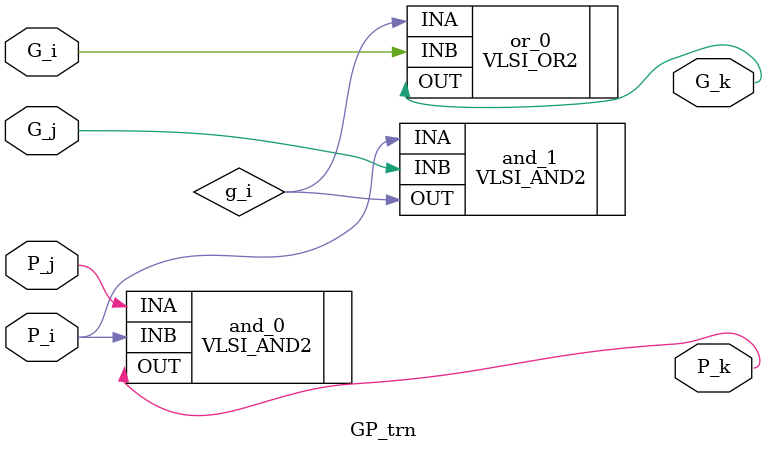
<source format=v>

`include "GATE_LIB.v"
module MAC6 (//input
             A,
             B,
             MODE,
             ACC,
             //output
             OUT);

input  [5:0]  A,B;
input  [11:0] ACC;
input  MODE;
output [12:0] OUT;



///// Write your design here /////

    wire signed [11:0] ACC_bar;
    COM_12 com_12(.ACC_bar(ACC_bar), .ACC(ACC), .MODE(MODE));
    MULT_6 mult_6(.OUT(OUT), .A(A), .B(B), .MODE(MODE), .ACC(ACC_bar));

endmodule

///// Write your design (other modules) here /////
module MULT_6(//input
            A,
            B,
            ACC,
            MODE,
            //output
            OUT
            );

    input signed  [1:0]  MODE;
    input signed  [5:0]  A, B;
    input signed  [11:0] ACC;
    output signed [12:0] OUT;

    wire N0, N1, N2;
    wire signed [6:0] A_i, Pi0, Pi1, Pi2, Pi3;
    wire signed [12:0] P0, P1, P2, P3, P4;
    wire signed [12:0] S, C;

    assign A_i  = A;
    assign Pi3 = {1'b0, N2, 1'b0, N1, 1'b0, N0};

    assign P0 = Pi0;
    assign P1 = Pi1 << 2;
    assign P2 = Pi2 << 4;
    assign P3 = Pi3;
    assign P4 = ACC;

    ENCODER en0   (.S(S0), .D(D0), .N(N0), .Xa(B[1]), .Xb(B[0]), .Xc(1'b0));
    ENCODER en1   (.S(S1), .D(D1), .N(N1), .Xa(B[3]), .Xb(B[2]), .Xc(B[1]));
    ENCODER en2   (.S(S2), .D(D2), .N(N2), .Xa(B[5]), .Xb(B[4]), .Xc(B[3]));

    SELECTOR sl0  (.P(Pi0[0]), .A0(1'b0),   .A1(A_i[0]), .S(S0), .D(D0), .N(N0));
    SELECTOR sl1  (.P(Pi0[1]), .A0(A_i[0]), .A1(A_i[1]), .S(S0), .D(D0), .N(N0));
    SELECTOR sl2  (.P(Pi0[2]), .A0(A_i[1]), .A1(A_i[2]), .S(S0), .D(D0), .N(N0));
    SELECTOR sl3  (.P(Pi0[3]), .A0(A_i[2]), .A1(A_i[3]), .S(S0), .D(D0), .N(N0));
    SELECTOR sl4  (.P(Pi0[4]), .A0(A_i[3]), .A1(A_i[4]), .S(S0), .D(D0), .N(N0));
    SELECTOR sl5  (.P(Pi0[5]), .A0(A_i[4]), .A1(A_i[5]), .S(S0), .D(D0), .N(N0));
    SELECTOR sl6  (.P(Pi0[6]), .A0(A_i[5]), .A1(A_i[6]), .S(S0), .D(D0), .N(N0));

    SELECTOR sl7  (.P(Pi1[0]), .A0(1'b0),   .A1(A_i[0]), .S(S1), .D(D1), .N(N1));
    SELECTOR sl8  (.P(Pi1[1]), .A0(A_i[0]), .A1(A_i[1]), .S(S1), .D(D1), .N(N1));
    SELECTOR sl9  (.P(Pi1[2]), .A0(A_i[1]), .A1(A_i[2]), .S(S1), .D(D1), .N(N1));
    SELECTOR sl10 (.P(Pi1[3]), .A0(A_i[2]), .A1(A_i[3]), .S(S1), .D(D1), .N(N1));
    SELECTOR sl11 (.P(Pi1[4]), .A0(A_i[3]), .A1(A_i[4]), .S(S1), .D(D1), .N(N1));
    SELECTOR sl12 (.P(Pi1[5]), .A0(A_i[4]), .A1(A_i[5]), .S(S1), .D(D1), .N(N1));
    SELECTOR sl13 (.P(Pi1[6]), .A0(A_i[5]), .A1(A_i[6]), .S(S1), .D(D1), .N(N1));

    SELECTOR sl14 (.P(Pi2[0]), .A0(1'b0),   .A1(A_i[0]), .S(S2), .D(D2), .N(N2));
    SELECTOR sl15 (.P(Pi2[1]), .A0(A_i[0]), .A1(A_i[1]), .S(S2), .D(D2), .N(N2));
    SELECTOR sl16 (.P(Pi2[2]), .A0(A_i[1]), .A1(A_i[2]), .S(S2), .D(D2), .N(N2));
    SELECTOR sl17 (.P(Pi2[3]), .A0(A_i[2]), .A1(A_i[3]), .S(S2), .D(D2), .N(N2));
    SELECTOR sl18 (.P(Pi2[4]), .A0(A_i[3]), .A1(A_i[4]), .S(S2), .D(D2), .N(N2));
    SELECTOR sl19 (.P(Pi2[5]), .A0(A_i[4]), .A1(A_i[5]), .S(S2), .D(D2), .N(N2));
    SELECTOR sl20 (.P(Pi2[6]), .A0(A_i[5]), .A1(A_i[6]), .S(S2), .D(D2), .N(N2));

    CSA csa (.SUM(S), .COUT(C), .A(P0), .B(P1), .C(P2), .D(P3), .E(P4));

    ADDER_13 adder_13 (.OUT(OUT), .A(S), .B(C), .CIN(MODE));

endmodule

module ENCODER (//input
                Xa, Xb, Xc,
                //output
                S, D, N
                );

    input Xa, Xb, Xc;
    output S, D, N;

    VLSI_XOR2  xor_0 (.OUT(S),    .INA(Xb),   .INB(Xc)              );
    VLSI_NOT   not_a (.OUT(Xa_b), .IN(Xa)                           );
    VLSI_NOT   not_b (.OUT(Xb_b), .IN(Xb)                           );
    VLSI_NOT   not_c (.OUT(Xc_b), .IN(Xc)                           );
    VLSI_NAND3 nd3_0 (.OUT(d0),   .INA(Xa_b), .INB(Xb),   .INC(Xc)  );
    VLSI_NAND3 nd3_1 (.OUT(d1),   .INA(Xa),   .INB(Xb_b), .INC(Xc_b));
    VLSI_NAND2 nd2_0 (.OUT(D),    .INA(d0),   .INB(d1)              );
    assign N = Xa;

endmodule

module SELECTOR (//input
                A0, A1,
                S, D, N,
                //output
                P
                );

    input A0, A1, S, D, N;
    output P;

    VLSI_NAND2 nd_0 (.OUT(Di),  .INA(A0),  .INB(D) );
    VLSI_NAND2 nd_1 (.OUT(Si),  .INA(A1),  .INB(S) );
    VLSI_NAND2 nd_2 (.OUT(P_i), .INA(Di),  .INB(Si));
    VLSI_XOR2  xr_0 (.OUT(P),   .INA(P_i), .INB(N) );

endmodule


module CSA (//input
            A, B, 
            C, D,
            E, 
            //output
            SUM, COUT
            );

    input signed  [12:0] A, B, C, D, E;
    output signed [12:0] SUM, COUT;
    wire signed [12:0] G, H, J, K;

    assign H[0] = 1'b0;
    FA f0  (.SUM(G[0]),  .COUT(H[1]),  .A(A[0]),  .B(B[0]),  .CIN(C[0]));
    FA f1  (.SUM(G[1]),  .COUT(H[2]),  .A(A[1]),  .B(B[1]),  .CIN(C[1]));
    FA f2  (.SUM(G[2]),  .COUT(H[3]),  .A(A[2]),  .B(B[2]),  .CIN(C[2]));
    FA f3  (.SUM(G[3]),  .COUT(H[4]),  .A(A[3]),  .B(B[3]),  .CIN(C[3]));
    FA f4  (.SUM(G[4]),  .COUT(H[5]),  .A(A[4]),  .B(B[4]),  .CIN(C[4]));
    FA f5  (.SUM(G[5]),  .COUT(H[6]),  .A(A[5]),  .B(B[5]),  .CIN(C[5]));
    FA f6  (.SUM(G[6]),  .COUT(H[7]),  .A(A[6]),  .B(B[6]),  .CIN(C[6]));
    FA f7  (.SUM(G[7]),  .COUT(H[8]),  .A(A[7]),  .B(B[7]),  .CIN(C[7]));
    FA f8  (.SUM(G[8]),  .COUT(H[9]),  .A(A[8]),  .B(B[8]),  .CIN(C[8]));
    FA f9  (.SUM(G[9]),  .COUT(H[10]), .A(A[9]),  .B(B[9]),  .CIN(C[9]));
    FA f10 (.SUM(G[10]), .COUT(H[11]), .A(A[10]), .B(B[10]), .CIN(C[10]));
    FA f44 (.SUM(G[11]), .COUT(H[12]), .A(A[11]), .B(B[11]), .CIN(C[11]));
    VLSI_XOR3 x0 (.OUT(G[12]), .INA(A[12]), .INB(B[12]), .INC(C[12]));

    assign K[0] = 1'b0;
    FA f22 (.SUM(J[0]),  .COUT(K[1]),  .A(  G[0]),    .B(H[0]),  .CIN(D[0]));
    FA f23 (.SUM(J[1]),  .COUT(K[2]),  .A(  G[1]),    .B(H[1]),  .CIN(D[1]));
    FA f24 (.SUM(J[2]),  .COUT(K[3]),  .A(  G[2]),    .B(H[2]),  .CIN(D[2]));
    FA f25 (.SUM(J[3]),  .COUT(K[4]),  .A(  G[3]),    .B(H[3]),  .CIN(D[3]));
    FA f26 (.SUM(J[4]),  .COUT(K[5]),  .A(  G[4]),    .B(H[4]),  .CIN(D[4]));
    FA f27 (.SUM(J[5]),  .COUT(K[6]),  .A(  G[5]),    .B(H[5]),  .CIN(D[5]));
    FA f28 (.SUM(J[6]),  .COUT(K[7]),  .A(  G[6]),    .B(H[6]),  .CIN(D[6]));
    FA f29 (.SUM(J[7]),  .COUT(K[8]),  .A(  G[7]),    .B(H[7]),  .CIN(D[7]));
    FA f30 (.SUM(J[8]),  .COUT(K[9]),  .A(  G[8]),    .B(H[8]),  .CIN(D[8]));
    FA f31 (.SUM(J[9]),  .COUT(K[10]), .A(  G[9]),    .B(H[9]),  .CIN(D[9]));
    FA f32 (.SUM(J[10]), .COUT(K[11]), .A(  G[10]),   .B(H[10]), .CIN(D[10]));
    FA f46 (.SUM(J[11]), .COUT(K[12]), .A(  G[11]),   .B(H[11]), .CIN(D[11]));
    VLSI_XOR3 x2 (.OUT(J[12]), .INA(G[12]), .INB(H[12]), .INC(D[12]));

    assign COUT[0] = 1'b0;
    FA f33 (.SUM(SUM[0]),  .COUT(COUT[1]),  .A(  J[0]),    .B(K[0]),  .CIN(E[0]));
    FA f34 (.SUM(SUM[1]),  .COUT(COUT[2]),  .A(  J[1]),    .B(K[1]),  .CIN(E[1]));
    FA f35 (.SUM(SUM[2]),  .COUT(COUT[3]),  .A(  J[2]),    .B(K[2]),  .CIN(E[2]));
    FA f36 (.SUM(SUM[3]),  .COUT(COUT[4]),  .A(  J[3]),    .B(K[3]),  .CIN(E[3]));
    FA f37 (.SUM(SUM[4]),  .COUT(COUT[5]),  .A(  J[4]),    .B(K[4]),  .CIN(E[4]));
    FA f38 (.SUM(SUM[5]),  .COUT(COUT[6]),  .A(  J[5]),    .B(K[5]),  .CIN(E[5]));
    FA f39 (.SUM(SUM[6]),  .COUT(COUT[7]),  .A(  J[6]),    .B(K[6]),  .CIN(E[6]));
    FA f40 (.SUM(SUM[7]),  .COUT(COUT[8]),  .A(  J[7]),    .B(K[7]),  .CIN(E[7]));
    FA f41 (.SUM(SUM[8]),  .COUT(COUT[9]),  .A(  J[8]),    .B(K[8]),  .CIN(E[8]));
    FA f42 (.SUM(SUM[9]),  .COUT(COUT[10]), .A(  J[9]),    .B(K[9]),  .CIN(E[9]));
    FA f43 (.SUM(SUM[10]), .COUT(COUT[11]), .A(  J[10]),   .B(K[10]), .CIN(E[10]));
    FA f47 (.SUM(SUM[11]), .COUT(COUT[12]), .A(  J[11]),   .B(K[11]), .CIN(E[11]));
    VLSI_XOR3 x3 (.OUT(SUM [12]), .INA(J[12]), .INB(K[12]), .INC(E[12]));

endmodule

module FA (A, B, CIN, COUT, SUM);
    input A, B, CIN;
    output COUT, SUM;

    VLSI_XOR3  X_XOR3_1  (.OUT(SUM),  .INA(A),  .INB(B), .INC(CIN));
    VLSI_NAND2 X_NAND2_1 (.OUT(L1),   .INA(A),  .INB(B));
    VLSI_NAND2 X_NAND2_2 (.OUT(L2),   .INA(B),  .INB(CIN));
    VLSI_NAND2 X_NAND2_3 (.OUT(L3),   .INA(A),  .INB(CIN));
    VLSI_NAND3 X_NAND3_1 (.OUT(COUT), .INA(L1), .INB(L2), .INC(L3));
endmodule

// Han-Carlson Adder
module ADDER_13 (//input
             A,
             B,
             CIN,
             //output
             OUT);

    input CIN;
    input  signed [12:0]  A, B;
    output signed [12:0] OUT;

    VLSI_XOR3 xor_0  (.OUT(OUT[0]),  .INA(A[0]),  .INB(B[0]),  .INC(CIN));
    VLSI_XOR3 xor_1  (.OUT(OUT[1]),  .INA(A[1]),  .INB(B[1]),  .INC(C1) );
    VLSI_XOR3 xor_2  (.OUT(OUT[2]),  .INA(A[2]),  .INB(B[2]),  .INC(C2) );
    VLSI_XOR3 xor_3  (.OUT(OUT[3]),  .INA(A[3]),  .INB(B[3]),  .INC(C3) );
    VLSI_XOR3 xor_4  (.OUT(OUT[4]),  .INA(A[4]),  .INB(B[4]),  .INC(C4) );
    VLSI_XOR3 xor_5  (.OUT(OUT[5]),  .INA(A[5]),  .INB(B[5]),  .INC(C5) );
    VLSI_XOR3 xor_6  (.OUT(OUT[6]),  .INA(A[6]),  .INB(B[6]),  .INC(C6) );
    VLSI_XOR3 xor_7  (.OUT(OUT[7]),  .INA(A[7]),  .INB(B[7]),  .INC(C7) );
    VLSI_XOR3 xor_8  (.OUT(OUT[8]),  .INA(A[8]),  .INB(B[8]),  .INC(C8) );
    VLSI_XOR3 xor_9  (.OUT(OUT[9]),  .INA(A[9]),  .INB(B[9]),  .INC(C9) );
    VLSI_XOR3 xor_10 (.OUT(OUT[10]), .INA(A[10]), .INB(B[10]), .INC(C10));
    VLSI_XOR3 xor_11 (.OUT(OUT[11]), .INA(A[11]), .INB(B[11]), .INC(C11));
    VLSI_XOR3 xor_12 (.OUT(OUT[12]), .INA(A[12]), .INB(B[12]), .INC(C12));

    GP_gen gp_gen0   (.P(P0),  .G(G0),  .A(A[0]),    .B(B[0])   );
    GP_gen gp_gen1   (.P(P1),  .G(G1),  .A(A[1]),    .B(B[1])   );
    GP_gen gp_gen2   (.P(P2),  .G(G2),  .A(A[2]),    .B(B[2])   );
    GP_gen gp_gen3   (.P(P3),  .G(G3),  .A(A[3]),    .B(B[3])   );
    GP_gen gp_gen4   (.P(P4),  .G(G4),  .A(A[4]),    .B(B[4])   );
    GP_gen gp_gen5   (.P(P5),  .G(G5),  .A(A[5]),    .B(B[5])   );
    GP_gen gp_gen6   (.P(P6),  .G(G6),  .A(A[6]),    .B(B[6])   );
    GP_gen gp_gen7   (.P(P7),  .G(G7),  .A(A[7]),    .B(B[7])   );
    GP_gen gp_gen8   (.P(P8),  .G(G8),  .A(A[8]),    .B(B[8])   );
    GP_gen gp_gen9   (.P(P9),  .G(G9),  .A(A[9]),    .B(B[9])   );
    GP_gen gp_gen10  (.P(P10), .G(G10), .A(A[10]),   .B(B[10])  );
    GP_gen gp_gen11  (.P(P11), .G(G11), .A(A[11]),   .B(B[11])  );

    VLSI_AND2 and_0 (.OUT(c1), .INA(P0), .INB(CIN));
    VLSI_OR2 or_0   (.OUT(C1), .INA(G0), .INB(c1));
    GP_trn gp_trn1  (.G_k(C2), .P_k(Pk2), .G_i(G1), .P_i(P1), .G_j(C1), .P_j(P0));
    GP_trn gp_trn2  (.G_k(C3), .P_k(Pk3), .G_i(G2), .P_i(P2), .G_j(C2), .P_j(Pk2));
    GP_trn gp_trn3  (.G_k(g3), .P_k(p3), .G_i(G3), .P_i(P3), .G_j(G2), .P_j(P2));
    GP_trn gp_trn4  (.G_k(C4), .P_k(Pk4), .G_i(g3), .P_i(p3), .G_j(C2), .P_j(Pk2));
    GP_trn gp_trn5  (.G_k(C5), .P_k(Pk5), .G_i(G4), .P_i(P4), .G_j(C4), .P_j(Pk4));
    GP_trn gp_trn6  (.G_k(g6), .P_k(p6), .G_i(G5), .P_i(P5), .G_j(G4), .P_j(P4));
    GP_trn gp_trn7  (.G_k(g7), .P_k(p7), .G_i(g6), .P_i(p6), .G_j(g3), .P_j(p3));
    GP_trn gp_trn8  (.G_k(C6), .P_k(Pk6), .G_i(g7), .P_i(p7), .G_j(C2), .P_j(Pk2));
    GP_trn gp_trn9  (.G_k(C7), .P_k(Pk7), .G_i(G6), .P_i(P6), .G_j(C6), .P_j(Pk6));
    GP_trn gp_trn10  (.G_k(g10), .P_k(p10), .G_i(G7), .P_i(P7), .G_j(G6), .P_j(P6));
    GP_trn gp_trn11  (.G_k(g11), .P_k(p11), .G_i(g10), .P_i(p10), .G_j(g6), .P_j(p6));
    GP_trn gp_trn12  (.G_k(C8), .P_k(Pk8), .G_i(g11), .P_i(p11), .G_j(C4), .P_j(Pk4));
    GP_trn gp_trn13  (.G_k(C9), .P_k(Pk9), .G_i(G8), .P_i(P8), .G_j(C8), .P_j(Pk8));
    GP_trn gp_trn14  (.G_k(g14), .P_k(p14), .G_i(G9), .P_i(P9), .G_j(G8), .P_j(P8));
    GP_trn gp_trn15  (.G_k(g15), .P_k(p15), .G_i(g14), .P_i(p14), .G_j(g10), .P_j(p10));
    GP_trn gp_trn16  (.G_k(g16), .P_k(p16), .G_i(g15), .P_i(p15), .G_j(g7), .P_j(p7));
    GP_trn gp_trn17  (.G_k(C10), .P_k(Pk10), .G_i(g16), .P_i(p16), .G_j(C2), .P_j(Pk2));
    GP_trn gp_trn18  (.G_k(C11), .P_k(Pk11), .G_i(G10), .P_i(P10), .G_j(C10), .P_j(Pk10));
    GP_trn gp_trn19  (.G_k(g19), .P_k(p19), .G_i(G11), .P_i(P11), .G_j(G10), .P_j(P10));
    GP_trn gp_trn20  (.G_k(g20), .P_k(p20), .G_i(g19), .P_i(p19), .G_j(g14), .P_j(p14));
    GP_trn gp_trn21  (.G_k(g21), .P_k(p21), .G_i(g20), .P_i(p20), .G_j(g11), .P_j(p11));
    GP_trn gp_trn22  (.G_k(C12), .P_k(Pk12), .G_i(g21), .P_i(p21), .G_j(C4), .P_j(Pk4));
    
endmodule

//two's complement of ACC input      Output: ACC_bar[11:0]
module COM_12 (//input
             ACC,
             MODE  ,
             //output
             ACC_bar);

    input  signed [11:0]  ACC;
    input MODE;
    output signed [11:0] ACC_bar;

    VLSI_XOR2 xor_0  (.OUT(ACC_bar[0]),  .INA(ACC[0]),  .INB(MODE));
    VLSI_XOR2 xor_1  (.OUT(ACC_bar[1]),  .INA(ACC[1]),  .INB(MODE));
    VLSI_XOR2 xor_2  (.OUT(ACC_bar[2]),  .INA(ACC[2]),  .INB(MODE));
    VLSI_XOR2 xor_3  (.OUT(ACC_bar[3]),  .INA(ACC[3]),  .INB(MODE));
    VLSI_XOR2 xor_4  (.OUT(ACC_bar[4]),  .INA(ACC[4]),  .INB(MODE));
    VLSI_XOR2 xor_5  (.OUT(ACC_bar[5]),  .INA(ACC[5]),  .INB(MODE));
    VLSI_XOR2 xor_6  (.OUT(ACC_bar[6]),  .INA(ACC[6]),  .INB(MODE));
    VLSI_XOR2 xor_7  (.OUT(ACC_bar[7]),  .INA(ACC[7]),  .INB(MODE));
    VLSI_XOR2 xor_8  (.OUT(ACC_bar[8]),  .INA(ACC[8]),  .INB(MODE));
    VLSI_XOR2 xor_9  (.OUT(ACC_bar[9]),  .INA(ACC[9]),  .INB(MODE));
    VLSI_XOR2 xor_10 (.OUT(ACC_bar[10]), .INA(ACC[10]), .INB(MODE));
    VLSI_XOR2 xor_11 (.OUT(ACC_bar[11]), .INA(ACC[11]), .INB(MODE));

endmodule
//------------------------------------------------------------------------------------

//block for adder---------------------------------------------------------------------
module GP_gen (//input
            A, B,
            //output
            G, P);

    input  A, B;
    output G, P;

    VLSI_OR2  or_0  (.OUT(P), .INA(A), .INB(B));
    VLSI_AND2 and_0 (.OUT(G), .INA(A), .INB(B));

endmodule

module GP_trn (//input
            G_i, P_i,
            G_j, P_j,
            //output
            G_k,
            P_k);

    input  G_i, G_j, P_i, P_j;
    output G_k, P_k;

    VLSI_AND2 and_0 (.OUT(P_k), .INA(P_j), .INB(P_i));
    VLSI_AND2 and_1 (.OUT(g_i), .INA(P_i), .INB(G_j));
    VLSI_OR2  or_0  (.OUT(G_k), .INA(g_i), .INB(G_i));

endmodule
//------------------------------------------------------------------------------------------


</source>
